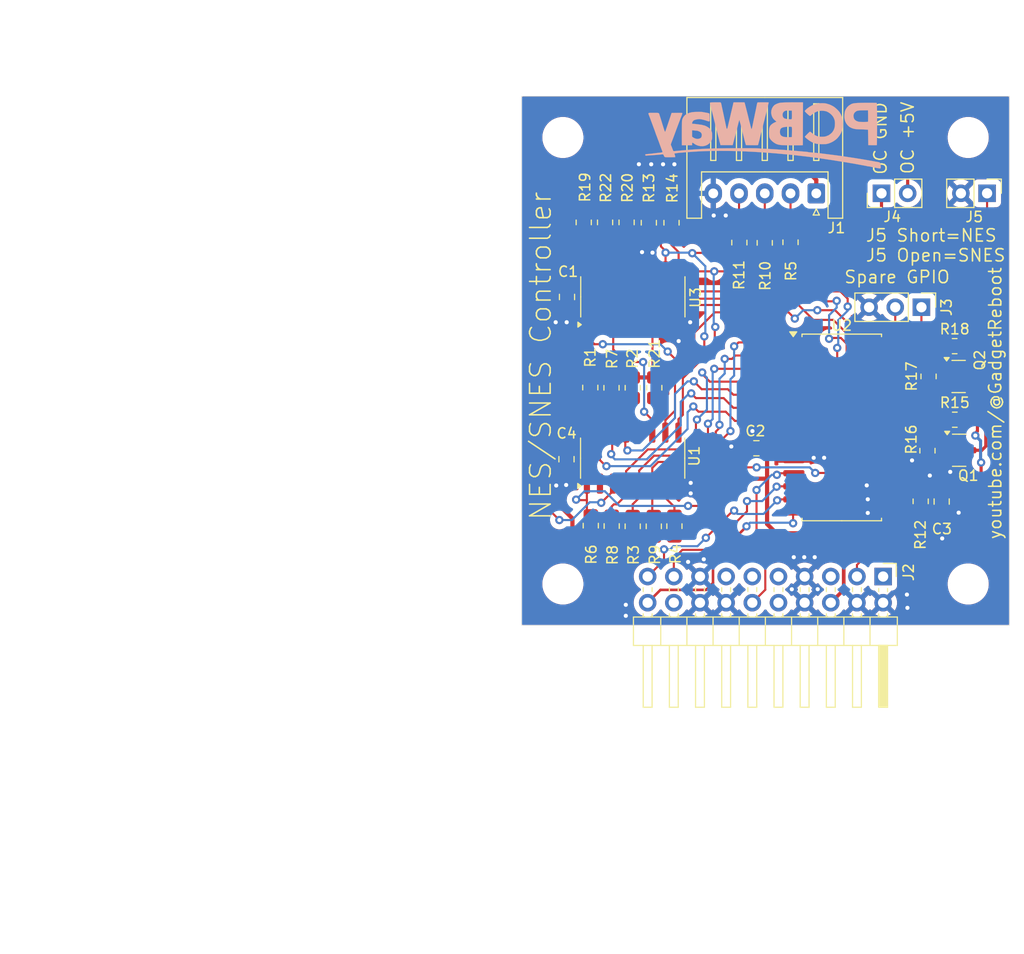
<source format=kicad_pcb>
(kicad_pcb (version 20241229) (generator "pcbnew") (generator_version "9.0")
  (layers (0 "F.Cu" signal) (2 "B.Cu" signal) (13 "F.Paste" user) (15 "B.Paste" user) (5 "F.SilkS" user "F.Silkscreen") (7 "B.SilkS" user "B.Silkscreen") (1 "F.Mask" user) (3 "B.Mask" user) (25 "Edge.Cuts" user))
  (net 0 "")
  (net 1 "GNDREF")
  (net 2 "Net-(U2-~{RESET})")
  (net 3 "/D17_5V")
  (net 4 "/SCL_5V")
  (net 5 "/D13_5V")
  (net 6 "/MISO_5V")
  (net 7 "/D26_5V")
  (net 8 "/SDA_5V")
  (net 9 "/D16_5V")
  (net 10 "+5V")
  (net 11 "/D27_5V")
  (net 12 "/SCK_5V")
  (net 13 "/MOSI_5V")
  (net 14 "Net-(J3-Pin_2)")
  (net 15 "Net-(J3-Pin_1)")
  (net 18 "/5V_Main")
  (net 19 "/Data")
  (net 20 "/Clock")
  (net 21 "/Latch")
  (net 22 "Net-(J4-Pin_2)")
  (net 23 "Net-(J4-Pin_1)")
  (net 24 "Net-(Q1-B)")
  (net 25 "Net-(Q2-B)")
  (net 26 "/B_Y")
  (net 27 "/START")
  (net 28 "/DOWN")
  (net 29 "/RIGHT")
  (net 30 "Net-(U1-Q7)")
  (net 31 "/A_B")
  (net 32 "/SELECT")
  (net 33 "/UP")
  (net 34 "/LEFT")
  (net 35 "/LAT")
  (net 36 "/CLK")
  (net 37 "Net-(U2-GPA4)")
  (net 38 "Net-(U2-GPA5)")
  (net 40 "Net-(U1-DS)")
  (net 42 "/A")
  (net 43 "/R_Trig")
  (net 44 "/L_Trig")
  (net 45 "/X")
  (net 48 "/ID1")
  (footprint "MountingHole:MountingHole_3.5mm" (layer "F.Cu") (at 123 122.5)
    (property "Reference" "H3" (hide yes))
    (property "Value" "MountingHole")
  )
  (footprint "MountingHole:MountingHole_3.5mm" (layer "F.Cu") (at 57.2 122.6)
    (property "Reference" "H4" (hide yes))
    (property "Value" "MountingHole")
  )
  (footprint "Resistor_SMD:R_0805_2012Metric_Pad1.20x1.40mm_HandSolder" (layer "F.Cu") (at 96.3098 72.9266 -90)
    (property "Reference" "R1")
    (property "Value" "47K")
  )
  (footprint "Capacitor_SMD:C_0805_2012Metric_Pad1.18x1.45mm_HandSolder" (layer "F.Cu") (at 94.050001 64.1326 -90)
    (property "Reference" "C1")
    (property "Value" "1uF")
  )
  (footprint "Capacitor_SMD:C_0805_2012Metric_Pad1.18x1.45mm_HandSolder" (layer "F.Cu") (at 112.4372 78.8186 180)
    (property "Reference" "C2")
    (property "Value" "10uF")
  )
  (footprint "Connector_PinHeader_2.54mm:PinHeader_1x03_P2.54mm_Vertical" (layer "F.Cu") (at 128.458244 65.128 -90)
    (property "Reference" "J3")
    (property "Value" "Conn_01x03")
  )
  (footprint "Resistor_SMD:R_0805_2012Metric_Pad1.20x1.40mm_HandSolder" (layer "F.Cu") (at 100.433 72.9478 -90)
    (property "Reference" "R2")
    (property "Value" "47K")
  )
  (footprint "Resistor_SMD:R_0805_2012Metric_Pad1.20x1.40mm_HandSolder" (layer "F.Cu") (at 100.428601 86.3964 90)
    (property "Reference" "R3")
    (property "Value" "47K")
  )
  (footprint "Resistor_SMD:R_0805_2012Metric_Pad1.20x1.40mm_HandSolder" (layer "F.Cu") (at 104.477799 86.383401 90)
    (property "Reference" "R4")
    (property "Value" "47K")
  )
  (footprint "Resistor_SMD:R_0805_2012Metric_Pad1.20x1.40mm_HandSolder" (layer "F.Cu") (at 115.749 58.8224 90)
    (property "Reference" "R5")
    (property "Value" "100r")
  )
  (footprint "Resistor_SMD:R_0805_2012Metric_Pad1.20x1.40mm_HandSolder" (layer "F.Cu") (at 96.3576 86.333199 90)
    (property "Reference" "R6")
    (property "Value" "47K")
  )
  (footprint "Resistor_SMD:R_0805_2012Metric_Pad1.20x1.40mm_HandSolder" (layer "F.Cu") (at 98.370001 72.9508 -90)
    (property "Reference" "R7")
    (property "Value" "47K")
  )
  (footprint "Resistor_SMD:R_0805_2012Metric_Pad1.20x1.40mm_HandSolder" (layer "F.Cu") (at 98.388798 86.3714 90)
    (property "Reference" "R8")
    (property "Value" "47K")
  )
  (footprint "Resistor_SMD:R_0805_2012Metric_Pad1.20x1.40mm_HandSolder" (layer "F.Cu") (at 102.4752 86.397201 90)
    (property "Reference" "R9")
    (property "Value" "47K")
  )
  (footprint "Resistor_SMD:R_0805_2012Metric_Pad1.20x1.40mm_HandSolder" (layer "F.Cu") (at 113.2468 58.8782 90)
    (property "Reference" "R10")
    (property "Value" "100r")
  )
  (footprint "Package_SO:SOIC-16_3.9x9.9mm_P1.27mm" (layer "F.Cu") (at 100.424 79.7806 90)
    (property "Reference" "U1")
    (property "Value" "CD4021")
  )
  (footprint "Package_SO:SOIC-28W_7.5x17.9mm_P1.27mm" (layer "F.Cu") (at 120.725 76.800001)
    (property "Reference" "U2")
    (property "Value" "MCP23S17_SO")
  )
  (footprint "Connector_PinHeader_2.54mm:PinHeader_2x10_P2.54mm_Horizontal" (layer "F.Cu") (at 124.74 91.275 -90)
    (property "Reference" "J2")
    (property "Value" "Conn_02x10_Odd_Even")
  )
  (footprint "Connector_JST:JST_XH_S5B-XH-A_1x05_P2.50mm_Horizontal" (layer "F.Cu") (at 118.251 54.0772 180)
    (property "Reference" "J1")
    (property "Value" "Conn_01x05")
  )
  (footprint "MountingHole:MountingHole_3.5mm" (layer "F.Cu") (at 44.35 40.45 -90)
    (property "Reference" "H1" (hide yes))
    (property "Value" "MountingHole")
  )
  (footprint "MountingHole:MountingHole_3.5mm" (layer "F.Cu") (at 123 56)
    (property "Reference" "H2" (hide yes))
    (property "Value" "MountingHole")
  )
  (footprint "Resistor_SMD:R_0805_2012Metric_Pad1.20x1.40mm_HandSolder" (layer "F.Cu") (at 110.783 58.8524 90)
    (property "Reference" "R11")
    (property "Value" "100r")
  )
  (footprint "Resistor_SMD:R_0805_2012Metric_Pad1.20x1.40mm_HandSolder" (layer "F.Cu") (at 129.0446 79.0574 -90)
    (property "Reference" "R16")
    (property "Value" "47K")
  )
  (footprint "Capacitor_SMD:C_0805_2012Metric_Pad1.18x1.45mm_HandSolder" (layer "F.Cu") (at 93.999799 79.883 -90)
    (property "Reference" "C4")
    (property "Value" "1uF")
  )
  (footprint "Resistor_SMD:R_0805_2012Metric_Pad1.20x1.40mm_HandSolder" (layer "F.Cu") (at 95.6734 56.8914 -90)
    (property "Reference" "R19")
    (property "Value" "47K")
  )
  (footprint "Package_TO_SOT_SMD:SOT-23" (layer "F.Cu") (at 132.1218 79.0144)
    (property "Reference" "Q1")
    (property "Value" "MMBT3904")
  )
  (footprint "Resistor_SMD:R_0805_2012Metric_Pad1.20x1.40mm_HandSolder" (layer "F.Cu") (at 102.5242 72.9442 -90)
    (property "Reference" "R21")
    (property "Value" "47K")
  )
  (footprint "Resistor_SMD:R_0805_2012Metric_Pad1.20x1.40mm_HandSolder" (layer "F.Cu") (at 99.8354 56.8914 -90)
    (property "Reference" "R20")
    (property "Value" "47K")
  )
  (footprint "Resistor_SMD:R_0805_2012Metric_Pad1.20x1.40mm_HandSolder" (layer "F.Cu") (at 128.386 83.9726 90)
    (property "Reference" "R12")
    (property "Value" "47K")
  )
  (footprint "Connector_PinHeader_2.54mm:PinHeader_1x02_P2.54mm_Vertical" (layer "F.Cu") (at 124.583 54.069 90)
    (property "Reference" "J4")
    (property "Value" "Conn_01x02")
  )
  (footprint "Resistor_SMD:R_0805_2012Metric_Pad1.20x1.40mm_HandSolder" (layer "F.Cu") (at 104.195601 56.9256 -90)
    (property "Reference" "R14")
    (property "Value" "47K")
  )
  (footprint "Capacitor_SMD:C_0805_2012Metric_Pad1.18x1.45mm_HandSolder" (layer "F.Cu") (at 130.425 83.995 90)
    (property "Reference" "C3")
    (property "Value" "10nF")
  )
  (footprint "Resistor_SMD:R_0805_2012Metric_Pad1.20x1.40mm_HandSolder" (layer "F.Cu") (at 131.698599 76.049)
    (property "Reference" "R15")
    (property "Value" "1K")
  )
  (footprint "Connector_PinHeader_2.54mm:PinHeader_1x02_P2.54mm_Vertical" (layer "F.Cu") (at 134.833 54.0682 -90)
    (property "Reference" "J5")
    (property "Value" "Conn_01x02")
  )
  (footprint "Package_SO:SOIC-16_3.9x9.9mm_P1.27mm" (layer "F.Cu") (at 100.4418 64.1198 90)
    (property "Reference" "U3")
    (property "Value" "CD4021")
  )
  (footprint "Resistor_SMD:R_0805_2012Metric_Pad1.20x1.40mm_HandSolder" (layer "F.Cu") (at 129.1514 71.8454 90)
    (property "Reference" "R17")
    (property "Value" "47K")
  )
  (footprint "Package_TO_SOT_SMD:SOT-23" (layer "F.Cu") (at 132.071 71.8538)
    (property "Reference" "Q2")
    (property "Value" "MMBT3906")
  )
  (footprint "Resistor_SMD:R_0805_2012Metric_Pad1.20x1.40mm_HandSolder" (layer "F.Cu") (at 97.7454 56.8914 -90)
    (property "Reference" "R22")
    (property "Value" "47K")
  )
  (footprint "Resistor_SMD:R_0805_2012Metric_Pad1.20x1.40mm_HandSolder" (layer "F.Cu") (at 131.6862 68.9062)
    (property "Reference" "R18")
    (property "Value" "1K")
  )
  (footprint "Resistor_SMD:R_0805_2012Metric_Pad1.20x1.40mm_HandSolder" (layer "F.Cu") (at 101.993999 56.9244 -90)
    (property "Reference" "R13")
    (property "Value" "47K")
  )
  (footprint "_Custom_Footprints:pcb way logo" (layer "B.Cu") (at 113.075 49.125 180)
    (property "Reference" "G***" (hide yes))
    (property "Value" "LOGO" (hide yes))
  )
  (gr_line (start 89.65 96) (end 89.65 44.65) (stroke (width 0.05)) (layer "Edge.Cuts"))
  (gr_line (start 137 96) (end 89.65 96) (stroke (width 0.05)) (layer "Edge.Cuts"))
  (gr_line (start 89.65 44.65) (end 137 44.65) (stroke (width 0.05)) (layer "Edge.Cuts"))
  (gr_line (start 137 44.65) (end 137 96) (stroke (width 0.05)) (layer "Edge.Cuts"))
  (gr_text "NES/SNES Controller" (at 91.495 69.8582 90) (layer "F.SilkS") (effects (font (size 2 2))))
  (gr_text "Spare GPIO" (at 126.096 62.1952 0) (layer "F.SilkS") (effects (font (size 1.2 1.2))))
  (gr_text "youtube.com/@GadgetReboot" (at 135.6234 74.453 90) (layer "F.SilkS") (effects (font (size 1.2 1.2))))
  (gr_text "J5 Short=NES\nJ5 Open=SNES" (at 122.9718 59.1218 0) (layer "F.SilkS") (effects (font (size 1.2 1.2)) (justify left)))
  (gr_text "OC +5V" (at 127.1176 48.6828 90) (layer "F.SilkS") (effects (font (size 1.2 1.2))))
  (gr_text "OC GND" (at 124.476 48.7336 90) (layer "F.SilkS") (effects (font (size 1.2 1.2))))
  (via (at 115.874 92.51) (size 0.8) (drill 0.4) (layers "F.Cu" "B.Cu") (net 1))
  (via (at 127.05 93.027) (size 0.8) (drill 0.4) (layers "F.Cu" "B.Cu") (net 1))
  (via (at 101.0292 51.2452) (size 0.8) (drill 0.4) (layers "F.Cu" "B.Cu") (net 1))
  (via (at 123.25 85.1) (size 0.8) (drill 0.4) (layers "F.Cu" "B.Cu") (net 1))
  (via (at 118 79.75) (size 0.8) (drill 0.4) (layers "F.Cu" "B.Cu") (net 1))
  (via (at 116.066 89.396) (size 0.8) (drill 0.4) (layers "F.Cu" "B.Cu") (net 1))
  (via (at 102.225 51.25) (size 0.8) (drill 0.4) (layers "F.Cu" "B.Cu") (net 1))
  (via (at 127.1 94.315) (size 0.8) (drill 0.4) (layers "F.Cu" "B.Cu") (net 1))
  (via (at 99.7592 95.0856) (size 0.8) (drill 0.4) (layers "F.Cu" "B.Cu") (net 1))
  (via (at 132.075 85.075) (size 0.8) (drill 0.4) (layers "F.Cu" "B.Cu") (net 1))
  (via (at 93.0028 82.4364) (size 0.8) (drill 0.4) (layers "F.Cu" "B.Cu") (net 1))
  (via (at 102.35 59.8304) (size 0.8) (drill 0.4) (layers "F.Cu" "B.Cu") (net 1))
  (via (at 107.3284 89.5992) (size 0.8) (drill 0.4) (layers "F.Cu" "B.Cu") (net 1))
  (via (at 106.0076 66.5868) (size 0.8) (drill 0.4) (layers "F.Cu" "B.Cu") (net 1))
  (via (at 119.0124 79.744) (size 0.8) (drill 0.4) (layers "F.Cu" "B.Cu") (net 1))
  (via (at 127.5468 79.998) (size 0.8) (drill 0.4) (layers "F.Cu" "B.Cu") (net 1))
  (via (at 106.0584 83.1984) (size 0.8) (drill 0.4) (layers "F.Cu" "B.Cu") (net 1))
  (via (at 130.475 87.575) (size 0.8) (drill 0.4) (layers "F.Cu" "B.Cu") (net 1))
  (via (at 109.462 56.2236) (size 0.8) (drill 0.4) (layers "F.Cu" "B.Cu") (net 1))
  (via (at 118.3886 92.5014) (size 0.8) (drill 0.4) (layers "F.Cu" "B.Cu") (net 1))
  (via (at 104.475 51.25) (size 0.8) (drill 0.4) (layers "F.Cu" "B.Cu") (net 1))
  (via (at 117.082 89.396) (size 0.8) (drill 0.4) (layers "F.Cu" "B.Cu") (net 1))
  (via (at 103.375 51.25) (size 0.8) (drill 0.4) (layers "F.Cu" "B.Cu") (net 1))
  (via (at 129.274 81.4712) (size 0.8) (drill 0.4) (layers "F.Cu" "B.Cu") (net 1))
  (via (at 131.2552 81.1156) (size 0.8) (drill 0.4) (layers "F.Cu" "B.Cu") (net 1))
  (via (at 92.952 66.5868) (size 0.8) (drill 0.4) (layers "F.Cu" "B.Cu") (net 1))
  (via (at 93.968 82.3856) (size 0.8) (drill 0.4) (layers "F.Cu" "B.Cu") (net 1))
  (via (at 108.2936 56.2236) (size 0.8) (drill 0.4) (layers "F.Cu" "B.Cu") (net 1))
  (via (at 118.098 89.396) (size 0.8) (drill 0.4) (layers "F.Cu" "B.Cu") (net 1))
  (via (at 104.89 68.4156) (size 0.8) (drill 0.4) (layers "F.Cu" "B.Cu") (net 1))
  (via (at 112.0528 77.1532) (size 0.8) (drill 0.4) (layers "F.Cu" "B.Cu") (net 1))
  (via (at 99.7592 94.0188) (size 0.8) (drill 0.4) (layers "F.Cu" "B.Cu") (net 1))
  (via (at 123.15 82.425) (size 0.8) (drill 0.4) (layers "F.Cu" "B.Cu") (net 1))
  (via (at 94.0188 66.5868) (size 0.8) (drill 0.4) (layers "F.Cu" "B.Cu") (net 1))
  (via (at 101.334 59.7796) (size 0.8) (drill 0.4) (layers "F.Cu" "B.Cu") (net 1))
  (via (at 105.8044 89.8532) (size 0.8) (drill 0.4) (layers "F.Cu" "B.Cu") (net 1))
  (via (at 123.25 83.775) (size 0.8) (drill 0.4) (layers "F.Cu" "B.Cu") (net 1))
  (via (at 110 78.65) (size 0.8) (drill 0.4) (layers "F.Cu" "B.Cu") (net 1))
  (via (at 106.0584 82.1824) (size 0.8) (drill 0.4) (layers "F.Cu" "B.Cu") (net 1))
  (segment (start 127.745001 81.245001) (end 128.375 81.875) (width 0.2032) (layer "F.Cu") (net 2))
  (segment (start 128.360001 82.92) (end 130.3875 82.92) (width 0.2032) (layer "F.Cu") (net 2))
  (segment (start 128.360001 81.889999) (end 128.360001 82.92) (width 0.2032) (layer "F.Cu") (net 2))
  (segment (start 128.375 81.875) (end 128.360001 81.889999) (width 0.2032) (layer "F.Cu") (net 2))
  (segment (start 130.3875 82.92) (end 130.425 82.9575) (width 0.2032) (layer "F.Cu") (net 2))
  (segment (start 125.375 81.245001) (end 127.745001 81.245001) (width 0.2032) (layer "F.Cu") (net 2))
  (segment (start 113.3 92.555) (end 112.04 93.815) (width 0.2032) (layer "F.Cu") (net 5))
  (segment (start 112.45 82.875) (end 112.45 86.675) (width 0.2032) (layer "F.Cu") (net 5))
  (segment (start 113.3 87.525) (end 113.3 92.555) (width 0.2032) (layer "F.Cu") (net 5))
  (segment (start 116.075 81.245001) (end 114.579999 81.245001) (width 0.2032) (layer "F.Cu") (net 5))
  (segment (start 112.45 86.675) (end 113.3 87.525) (width 0.2032) (layer "F.Cu") (net 5))
  (segment (start 114.579999 81.245001) (end 114.425 81.4) (width 0.2032) (layer "F.Cu") (net 5))
  (via (at 114.425 81.4) (size 0.8) (drill 0.4) (layers "F.Cu" "B.Cu") (net 5))
  (via (at 112.45 82.875) (size 0.8) (drill 0.4) (layers "F.Cu" "B.Cu") (net 5))
  (segment (start 113.925 81.4) (end 112.45 82.875) (width 0.2032) (layer "B.Cu") (net 5))
  (segment (start 114.425 81.4) (end 113.925 81.4) (width 0.2032) (layer "B.Cu") (net 5))
  (segment (start 108.225 91.903) (end 108.225 89.6678) (width 0.25) (layer "F.Cu") (net 6))
  (segment (start 116 86.1) (end 116 85.130001) (width 0.2032) (layer "F.Cu") (net 6))
  (segment (start 101.88 93.815) (end 103.124 92.571) (width 0.25) (layer "F.Cu") (net 6))
  (segment (start 103.124 92.571) (end 107.557 92.571) (width 0.25) (layer "F.Cu") (net 6))
  (segment (start 116 85.130001) (end 116.075 85.055001) (width 0.2032) (layer "F.Cu") (net 6))
  (segment (start 108.225 89.6678) (end 111.475 86.4178) (width 0.25) (layer "F.Cu") (net 6))
  (segment (start 107.557 92.571) (end 108.225 91.903) (width 0.25) (layer "F.Cu") (net 6))
  (segment (start 111.475 86.4178) (end 111.475 86.4) (width 0.25) (layer "F.Cu") (net 6))
  (via (at 111.475 86.4) (size 0.8) (drill 0.4) (layers "F.Cu" "B.Cu") (net 6))
  (via (at 116 86.1) (size 0.8) (drill 0.4) (layers "F.Cu" "B.Cu") (net 6))
  (segment (start 111.825 86.05) (end 115.95 86.05) (width 0.2032) (layer "B.Cu") (net 6))
  (segment (start 111.475 86.4) (end 111.825 86.05) (width 0.2032) (layer "B.Cu") (net 6))
  (segment (start 115.95 86.05) (end 116 86.1) (width 0.2032) (layer "B.Cu") (net 6))
  (segment (start 133.1542 72.8038) (end 131.1335 72.8038) (width 0.3048) (layer "F.Cu") (net 10))
  (segment (start 93.999799 78.8455) (end 91.9709 78.8455) (width 0.4064) (layer "F.Cu") (net 10))
  (segment (start 104.195601 55.9256) (end 101.995199 55.9256) (width 0.4064) (layer "F.Cu") (net 10))
  (segment (start 91.9126 71.9442) (end 91.8852 71.9716) (width 0.4064) (layer "F.Cu") (net 10))
  (segment (start 131.1335 72.8038) (end 129.193 72.8038) (width 0.3048) (layer "F.Cu") (net 10))
  (segment (start 95.9968 61.6448) (end 94.4396 61.6448) (width 0.4064) (layer "F.Cu") (net 10))
  (segment (start 113.6175 78.705001) (end 113.5125 78.810001) (width 0.4064) (layer "F.Cu") (net 10))
  (segment (start 95.979 77.3056) (end 94.3236 77.3056) (width 0.4064) (layer "F.Cu") (net 10))
  (segment (start 126.5308 87.8212) (end 126.5308 87.075) (width 0.3048) (layer "F.Cu") (net 10))
  (segment (start 106.1092 53.6328) (end 106.1092 55.2584) (width 0.4064) (layer "F.Cu") (net 10))
  (segment (start 91.8852 63.1324) (end 91.8852 71.9716) (width 0.4064) (layer "F.Cu") (net 10))
  (segment (start 91.9225 63.0951) (end 91.8852 63.1324) (width 0.4064) (layer "F.Cu") (net 10))
  (segment (start 120.914201 87.097201) (end 120.892 87.075) (width 0.4064) (layer "F.Cu") (net 10))
  (segment (start 95.6734 55.8914) (end 94.5542 55.8914) (width 0.4064) (layer "F.Cu") (net 10))
  (segment (start 93.999799 77.629401) (end 93.999799 78.8455) (width 0.4064) (layer "F.Cu") (net 10))
  (segment (start 105.683399 87.383401) (end 111.2908 81.776) (width 0.4064) (layer "F.Cu") (net 10))
  (segment (start 119.66 93.815) (end 120.914201 92.560799) (width 0.3556) (layer "F.Cu") (net 10))
  (segment (start 94.3236 77.3056) (end 93.999799 77.629401) (width 0.4064) (layer "F.Cu") (net 10))
  (segment (start 114.375 87.075) (end 120.892 87.075) (width 0.4064) (layer "F.Cu") (net 10))
  (segment (start 94.050001 62.034399) (end 94.050001 63.0951) (width 0.4064) (layer "F.Cu") (net 10))
  (segment (start 91.8852 78.9312) (end 91.8852 82.9444) (width 0.4064) (layer "F.Cu") (net 10))
  (segment (start 91.9709 78.8455) (end 91.8852 78.9312) (width 0.4064) (layer "F.Cu") (net 10))
  (segment (start 94.050001 63.0951) (end 91.9225 63.0951) (width 0.4064) (layer "F.Cu") (net 10))
  (segment (start 105.4488 55.9188) (end 105.4556 55.9256) (width 0.4064) (layer "F.Cu") (net 10))
  (segment (start 102.5242 71.9442) (end 91.9126 71.9442) (width 0.4064) (layer "F.Cu") (net 10))
  (segment (start 95.054201 87.383401) (end 104.477799 87.383401) (width 0.4064) (layer "F.Cu") (net 10))
  (segment (start 113.5125 78.810001) (end 113.5125 79.0836) (width 0.4064) (layer "F.Cu") (net 10))
  (segment (start 101.995199 55.9256) (end 101.993999 55.9244) (width 0.4064) (layer "F.Cu") (net 10))
  (segment (start 134.2524 80.2012) (end 134.2524 85.7384) (width 0.3048) (layer "F.Cu") (net 10))
  (segment (start 131.1536 88.8372) (end 127.5468 88.8372) (width 0.3048) (layer "F.Cu") (net 10))
  (segment (start 113.4747 78.8186) (end 113.4747 81.4712) (width 0.4064) (layer "F.Cu") (net 10))
  (segment (start 101.993999 55.9244) (end 95.7064 55.9244) (width 0.4064) (layer "F.Cu") (net 10))
  (segment (start 113.4747 81.4712) (end 113.4747 86.1747) (width 0.4064) (layer "F.Cu") (net 10))
  (segment (start 133.8968 73.5464) (end 133.1542 72.8038) (width 0.3048) (layer "F.Cu") (net 10))
  (segment (start 102.3468 66.5948) (end 102.3468 71.7668) (width 0.2032) (layer "F.Cu") (net 10))
  (segment (start 111.2908 81.776) (end 113.4239 81.776) (width 0.4064) (layer "F.Cu") (net 10))
  (segment (start 94.5776 85.6368) (end 94.5776 86.9068) (width 0.4064) (layer "F.Cu") (net 10))
  (segment (start 113.4747 78.8186) (end 113.4747 79.0458) (width 0.2032) (layer "F.Cu") (net 10))
  (segment (start 106.1092 55.2584) (end 105.4488 55.9188) (width 0.4064) (layer "F.Cu") (net 10))
  (segment (start 91.8852 71.9716) (end 91.8852 78.9312) (width 0.4064) (layer "F.Cu") (net 10))
  (segment (start 118.251 52.7698) (end 117.59 52.1088) (width 0.4064) (layer "F.Cu") (net 10))
  (segment (start 113.4747 86.1747) (end 114.375 87.075) (width 0.4064) (layer "F.Cu") (net 10))
  (segment (start 133.6936 77.3564) (end 133.8968 77.1532) (width 0.3048) (layer "F.Cu") (net 10))
  (segment (start 126.5308 87.075) (end 127.531 87.075) (width 0.4064) (layer "F.Cu") (net 10))
  (segment (start 113.4239 81.776) (end 113.4747 81.8268) (width 0.4064) (layer "F.Cu") (net 10))
  (segment (start 91.8852 82.9444) (end 94.5776 85.6368) (width 0.4064) (layer "F.Cu") (net 10))
  (segment (start 116.075 78.705001) (end 113.6175 78.705001) (width 0.4064) (layer "F.Cu") (net 10))
  (segment (start 94.4396 61.6448) (end 94.050001 62.034399) (width 0.4064) (layer "F.Cu") (net 10))
  (segment (start 127.5468 88.8372) (end 126.5308 87.8212) (width 0.3048) (layer "F.Cu") (net 10))
  (segment (start 94.5776 86.9068) (end 95.054201 87.383401) (width 0.4064) (layer "F.Cu") (net 10))
  (segment (start 133.8968 77.1532) (end 133.8968 73.5464) (width 0.3048) (layer "F.Cu") (net 10))
  (segment (start 102.3468 71.7668) (end 102.5242 71.9442) (width 0.2032) (layer "F.Cu") (net 10))
  (segment (start 94.5542 55.8914) (end 91.8852 58.5604) (width 0.4064) (layer "F.Cu") (net 10))
  (segment (start 104.477799 87.383401) (end 105.683399 87.383401) (width 0.4064) (layer "F.Cu") (net 10))
  (segment (start 133.6936 77.585) (end 133.6936 77.3564) (width 0.3048) (layer "F.Cu") (net 10))
  (segment (start 127.531 87.075) (end 128.360001 86.245999) (width 0.4064) (layer "F.Cu") (net 10))
  (segment (start 105.4556 55.9256) (end 104.195601 55.9256) (width 0.4064) (layer "F.Cu") (net 10))
  (segment (start 118.251 54.0772) (end 118.251 52.7698) (width 0.4064) (layer "F.Cu") (net 10))
  (segment (start 129.193 72.8038) (end 129.1514 72.8454) (width 0.3048) (layer "F.Cu") (net 10))
  (segment (start 107.6332 52.1088) (end 106.1092 53.6328) (width 0.4064) (layer "F.Cu") (net 10))
  (segment (start 91.8852 58.5604) (end 91.8852 63.1324) (width 0.4064) (layer "F.Cu") (net 10))
  (segment (start 119.66 93.46) (end 120.25 94.05) (width 0.4064) (layer "F.Cu") (net 10))
  (segment (start 95.7064 55.9244) (end 95.6734 55.8914) (width 0.4064) (layer "F.Cu") (net 10))
  (segment (start 117.59 52.1088) (end 107.6332 52.1088) (width 0.4064) (layer "F.Cu") (net 10))
  (segment (start 134.2524 85.7384) (end 131.1536 88.8372) (width 0.3048) (layer "F.Cu") (net 10))
  (segment (start 113.4747 79.0458) (end 113.5125 79.0836) (width 0.2032) (layer "F.Cu") (net 10))
  (segment (start 120.892 87.075) (end 126.5308 87.075) (width 0.4064) (layer "F.Cu") (net 10))
  (segment (start 128.360001 86.245999) (end 128.360001 84.92) (width 0.4064) (layer "F.Cu") (net 10))
  (segment (start 120.914201 92.560799) (end 120.914201 87.097201) (width 0.3556) (layer "F.Cu") (net 10))
  (segment (start 113.4747 81.8268) (end 113.4747 81.4712) (width 0.4064) (layer "F.Cu") (net 10))
  (segment (start 99.8068 66.5948) (end 103.6168 66.5948) (width 0.2032) (layer "F.Cu") (net 10))
  (via (at 134.2524 80.2012) (size 0.8) (drill 0.4) (layers "F.Cu" "B.Cu") (net 10))
  (via (at 133.6936 77.585) (size 0.8) (drill 0.4) (layers "F.Cu" "B.Cu") (net 10))
  (segment (start 134.2016 78.093) (end 134.2016 80.1504) (width 0.3048) (layer "B.Cu") (net 10))
  (segment (start 133.6936 77.585) (end 134.2016 78.093) (width 0.3048) (layer "B.Cu") (net 10))
  (segment (start 134.2016 80.1504) (end 134.2524 80.2012) (width 0.3048) (layer "B.Cu") (net 10))
  (segment (start 107.7856 88.6848) (end 105.2456 88.6848) (width 0.2032) (layer "F.Cu") (net 12))
  (segment (start 114.434999 82.515001) (end 114.4 82.55) (width 0.2032) (layer "F.Cu") (net 12))
  (segment (start 111.525 83.95) (end 111.525 84.9454) (width 0.2032) (layer "F.Cu") (net 12))
  (segment (start 105.2456 88.6848) (end 104.42 89.5104) (width 0.2032) (layer "F.Cu") (net 12))
  (segment (start 111.525 84.9454) (end 107.7856 88.6848) (width 0.2032) (layer "F.Cu") (net 12))
  (segment (start 116.075 82.515001) (end 114.434999 82.515001) (width 0.2032) (layer "F.Cu") (net 12))
  (segment (start 104.42 89.5104) (end 104.42 91.275) (width 0.2032) (layer "F.Cu") (net 12))
  (via (at 111.525 83.95) (size 0.8) (drill 0.4) (layers "F.Cu" "B.Cu") (net 12))
  (via (at 114.4 82.55) (size 0.8) (drill 0.4) (layers "F.Cu" "B.Cu") (net 12))
  (segment (start 113 83.95) (end 111.525 83.95) (width 0.2032) (layer "B.Cu") (net 12))
  (segment (start 114.4 82.55) (end 113 83.95) (width 0.2032) (layer "B.Cu") (net 12))
  (segment (start 103.4676 88.634) (end 103.4676 89.6874) (width 0.2032) (layer "F.Cu") (net 13))
  (segment (start 114.54 83.785) (end 114.45 83.875) (width 0.2032) (layer "F.Cu") (net 13))
  (segment (start 110.1732 84.8748) (end 107.5316 87.5164) (width 0.2032) (layer "F.Cu") (net 13))
  (segment (start 103.4676 89.6874) (end 101.88 91.275) (width 0.2032) (layer "F.Cu") (net 13))
  (segment (start 116.075 83.785) (end 114.54 83.785) (width 0.2032) (layer "F.Cu") (net 13))
  (segment (start 110.2748 84.8748) (end 110.1732 84.8748) (width 0.2032) (layer "F.Cu") (net 13))
  (via (at 103.4676 88.634) (size 0.8) (drill 0.4) (layers "F.Cu" "B.Cu") (net 13))
  (via (at 107.5316 87.5164) (size 0.8) (drill 0.4) (layers "F.Cu" "B.Cu") (net 13))
  (via (at 110.2748 84.8748) (size 0.8) (drill 0.4) (layers "F.Cu" "B.Cu") (net 13))
  (via (at 114.45 83.875) (size 0.8) (drill 0.4) (layers "F.Cu" "B.Cu") (net 13))
  (segment (start 107.5316 87.5164) (end 106.7188 88.3292) (width 0.2032) (layer "B.Cu") (net 13))
  (segment (start 114.45 83.875) (end 113.125 85.2) (width 0.2032) (layer "B.Cu") (net 13))
  (segment (start 113.125 85.2) (end 110.6 85.2) (width 0.2032) (layer "B.Cu") (net 13))
  (segment (start 104.0772 88.634) (end 103.4676 88.634) (width 0.2032) (layer "B.Cu") (net 13))
  (segment (start 110.6 85.2) (end 110.2748 84.8748) (width 0.2032) (layer "B.Cu") (net 13))
  (segment (start 104.382 88.3292) (end 104.0772 88.634) (width 0.2032) (layer "B.Cu") (net 13))
  (segment (start 106.7188 88.3292) (end 104.382 88.3292) (width 0.2032) (layer "B.Cu") (net 13))
  (segment (start 125.375 67.387) (end 125.918244 66.843756) (width 0.2032) (layer "F.Cu") (net 14))
  (segment (start 125.918244 66.843756) (end 125.918244 65.128) (width 0.2032) (layer "F.Cu") (net 14))
  (segment (start 125.375 68.545001) (end 125.375 67.387) (width 0.2032) (layer "F.Cu") (net 14))
  (segment (start 126.807798 69.815002) (end 128.4612 68.1616) (width 0.2032) (layer "F.Cu") (net 15))
  (segment (start 128.4612 68.1616) (end 128.458244 68.158644) (width 0.2032) (layer "F.Cu") (net 15))
  (segment (start 125.375 69.815002) (end 126.807798 69.815002) (width 0.2032) (layer "F.Cu") (net 15))
  (segment (start 128.458244 68.158644) (end 128.458244 65.128) (width 0.2032) (layer "F.Cu") (net 15))
  (segment (start 115.751 54.0772) (end 115.751 57.8204) (width 0.2032) (layer "F.Cu") (net 19))
  (segment (start 115.751 57.8204) (end 115.749 57.8224) (width 0.2032) (layer "F.Cu") (net 19))
  (segment (start 110.751 54.0772) (end 110.751 57.8204) (width 0.2032) (layer "F.Cu") (net 20))
  (segment (start 110.751 57.8204) (end 110.783 57.8524) (width 0.2032) (layer "F.Cu") (net 20))
  (segment (start 113.251 54.0772) (end 113.251 57.874) (width 0.2032) (layer "F.Cu") (net 21))
  (segment (start 113.251 57.874) (end 113.2468 57.8782) (width 0.2032) (layer "F.Cu") (net 21))
  (segment (start 122.8224 52.4644) (end 123.5336 51.7532) (width 0.3048) (layer "F.Cu") (net 22))
  (segment (start 133.3888 62.98) (end 127.0388 62.98) (width 0.3048) (layer "F.Cu") (net 22))
  (segment (start 127.123 52.3962) (end 127.123 54.069) (width 0.3048) (layer "F.Cu") (net 22))
  (segment (start 127.0388 62.98) (end 122.8224 58.7636) (width 0.3048) (layer "F.Cu") (net 22))
  (segment (start 123.5336 51.7532) (end 126.48 51.7532) (width 0.3048) (layer "F.Cu") (net 22))
  (segment (start 133.8206 63.4118) (end 133.3888 62.98) (width 0.3048) (layer "F.Cu") (net 22))
  (segment (start 122.8224 58.7636) (end 122.8224 52.4644) (width 0.3048) (layer "F.Cu") (net 22))
  (segment (start 133.8206 71.489) (end 133.8206 63.4118) (width 0.3048) (layer "F.Cu") (net 22))
  (segment (start 133.0085 71.8538) (end 133.4558 71.8538) (width 0.3048) (layer "F.Cu") (net 22))
  (segment (start 133.4558 71.8538) (end 133.8206 71.489) (width 0.3048) (layer "F.Cu") (net 22))
  (segment (start 126.48 51.7532) (end 127.123 52.3962) (width 0.3048) (layer "F.Cu") (net 22))
  (segment (start 134.7858 73.6226) (end 134.7074 73.701) (width 0.3048) (layer "F.Cu") (net 23))
  (segment (start 134.6842 73.61849) (end 134.68831 73.6226) (width 0.3048) (layer "F.Cu") (net 23))
  (segment (start 134.7074 78.6286) (end 134.3032 79.0328) (width 0.3048) (layer "F.Cu") (net 23))
  (segment (start 134.7074 73.701) (end 134.7074 78.6286) (width 0.3048) (layer "F.Cu") (net 23))
  (segment (start 124.583 59.4066) (end 127.3944 62.218) (width 0.3048) (layer "F.Cu") (net 23))
  (segment (start 134.6842 63.107) (end 134.6842 73.61849) (width 0.3048) (layer "F.Cu") (net 23))
  (segment (start 134.68831 73.6226) (end 134.7858 73.6226) (width 0.3048) (layer "F.Cu") (net 23))
  (segment (start 124.583 54.069) (end 124.583 59.4066) (width 0.3048) (layer "F.Cu") (net 23))
  (segment (start 134.3032 79.0328) (end 134.2848 79.0144) (width 0.3048) (layer "F.Cu") (net 23))
  (segment (start 133.7952 62.218) (end 134.6842 63.107) (width 0.3048) (layer "F.Cu") (net 23))
  (segment (start 127.3944 62.218) (end 133.7952 62.218) (width 0.3048) (layer "F.Cu") (net 23))
  (segment (start 134.2848 79.0144) (end 133.0593 79.0144) (width 0.3048) (layer "F.Cu") (net 23))
  (segment (start 131.1843 78.0644) (end 132.2236 78.0644) (width 0.2032) (layer "F.Cu") (net 24))
  (segment (start 129.0516 78.0644) (end 129.0446 78.0574) (width 0.2032) (layer "F.Cu") (net 24))
  (segment (start 131.1843 78.0644) (end 129.0516 78.0644) (width 0.2032) (layer "F.Cu") (net 24))
  (segment (start 132.2236 78.0644) (end 132.698599 77.589401) (width 0.2032) (layer "F.Cu") (net 24))
  (segment (start 132.698599 77.589401) (end 132.698599 76.049) (width 0.2032) (layer "F.Cu") (net 24))
  (segment (start 129.1514 70.8454) (end 131.0751 70.8454) (width 0.2032) (layer "F.Cu") (net 25))
  (segment (start 131.0751 70.8454) (end 131.1335 70.9038) (width 0.2032) (layer "F.Cu") (net 25))
  (segment (start 132.6862 70.3882) (end 132.6862 68.9062) (width 0.2032) (layer "F.Cu") (net 25))
  (segment (start 132.1706 70.9038) (end 132.6862 70.3882) (width 0.2032) (layer "F.Cu") (net 25))
  (segment (start 131.1335 70.9038) (end 132.1706 70.9038) (width 0.2032) (layer "F.Cu") (net 25))
  (segment (start 97.8796 80.5568) (end 98.0828 80.3536) (width 0.2032) (layer "F.Cu") (net 26))
  (segment (start 110.353401 76.165001) (end 109.462 75.2736) (width 0.2032) (layer "F.Cu") (net 26))
  (segment (start 97.249 77.3056) (end 97.249 75.7606) (width 0.2032) (layer "F.Cu") (net 26))
  (segment (start 97.6256 80.3536) (end 97.249 79.977) (width 0.2032) (layer "F.Cu") (net 26))
  (segment (start 98.0828 80.3536) (end 97.6256 80.3536) (width 0.2032) (layer "F.Cu") (net 26))
  (segment (start 116.075 76.165001) (end 110.353401 76.165001) (width 0.2032) (layer "F.Cu") (net 26))
  (segment (start 106.8204 75.2736) (end 106.3124 74.7656) (width 0.2032) (layer "F.Cu") (net 26))
  (segment (start 97.249 75.7606) (end 96.3098 74.8214) (width 0.2032) (layer "F.Cu") (net 26))
  (segment (start 96.3098 74.8214) (end 96.3098 73.9266) (width 0.2032) (layer "F.Cu") (net 26))
  (segment (start 97.249 79.977) (end 97.249 77.3056) (width 0.2032) (layer "F.Cu") (net 26))
  (segment (start 109.462 75.2736) (end 106.8204 75.2736) (width 0.2032) (layer "F.Cu") (net 26))
  (via (at 106.3124 74.7656) (size 0.8) (drill 0.4) (layers "F.Cu" "B.Cu") (net 26))
  (via (at 97.8796 80.5568) (size 0.8) (drill 0.4) (layers "F.Cu" "B.Cu") (net 26))
  (segment (start 97.8796 80.5568) (end 102.1468 80.5568) (width 0.2032) (layer "B.Cu") (net 26))
  (segment (start 102.1468 80.5568) (end 105.7536 76.95) (width 0.2032) (layer "B.Cu") (net 26))
  (segment (start 105.7536 75.3244) (end 106.3124 74.7656) (width 0.2032) (layer "B.Cu") (net 26))
  (segment (start 105.7536 76.95) (end 105.7536 75.3244) (width 0.2032) (layer "B.Cu") (net 26))
  (segment (start 99.7084 78.8296) (end 99.7084 77.3862) (width 0.2032) (layer "F.Cu") (net 27))
  (segment (start 107.1252 73.0892) (end 106.3632 72.3272) (width 0.2032) (layer "F.Cu") (net 27))
  (segment (start 99.7084 77.3862) (end 99.789 77.3056) (width 0.2032) (layer "F.Cu") (net 27))
  (segment (start 110.201001 73.625001) (end 109.6652 73.0892) (width 0.2032) (layer "F.Cu") (net 27))
  (segment (start 99.789 75.8534) (end 100.4704 75.172) (width 0.2032) (layer "F.Cu") (net 27))
  (segment (start 99.9116 79.0328) (end 99.7084 78.8296) (width 0.2032) (layer "F.Cu") (net 27))
  (segment (start 100.4704 75.172) (end 100.433 75.1346) (width 0.2032) (layer "F.Cu") (net 27))
  (segment (start 100.433 75.1346) (end 100.433 73.9478) (width 0.2032) (layer "F.Cu") (net 27))
  (segment (start 99.789 77.3056) (end 99.789 75.8534) (width 0.2032) (layer "F.Cu") (net 27))
  (segment (start 116.074999 73.625001) (end 110.201001 73.625001) (width 0.2032) (layer "F.Cu") (net 27))
  (segment (start 109.6652 73.0892) (end 107.1252 73.0892) (width 0.2032) (layer "F.Cu") (net 27))
  (via (at 106.3632 72.3272) (size 0.8) (drill 0.4) (layers "F.Cu" "B.Cu") (net 27))
  (via (at 99.9116 79.0328) (size 0.8) (drill 0.4) (layers "F.Cu" "B.Cu") (net 27))
  (segment (start 101.3848 79.0328) (end 99.9116 79.0328) (width 0.2032) (layer "B.Cu") (net 27))
  (segment (start 104.5344 75.3244) (end 104.5344 75.8832) (width 0.2032) (layer "B.Cu") (net 27))
  (segment (start 104.7376 73.3432) (end 104.5344 73.5464) (width 0.2032) (layer "B.Cu") (net 27))
  (segment (start 105.7536 72.3272) (end 104.7376 73.3432) (width 0.2032) (layer "B.Cu") (net 27))
  (segment (start 104.5344 75.8832) (end 101.9944 78.4232) (width 0.2032) (layer "B.Cu") (net 27))
  (segment (start 106.3632 72.3272) (end 105.7536 72.3272) (width 0.2032) (layer "B.Cu") (net 27))
  (segment (start 101.9944 78.4232) (end 101.3848 79.0328) (width 0.2032) (layer "B.Cu") (net 27))
  (segment (start 104.5344 73.5464) (end 104.5344 75.3244) (width 0.2032) (layer "B.Cu") (net 27))
  (segment (start 100.428601 84.256199) (end 100.428601 85.3964) (width 0.2032) (layer "F.Cu") (net 28))
  (segment (start 105.9568 79.5408) (end 102.5024 79.5408) (width 0.2032) (layer "F.Cu") (net 28))
  (segment (start 107.7348 77.7628) (end 105.9568 79.5408) (width 0.2032) (layer "F.Cu") (net 28))
  (segment (start 107.7348 76.442) (end 107.7348 77.7628) (width 0.2032) (layer "F.Cu") (net 28))
  (segment (start 102.5024 79.5408) (end 101.059 80.9842) (width 0.2032) (layer "F.Cu") (net 28))
  (segment (start 108.3444 71.108) (end 116.052001 71.108) (width 0.2032) (layer "F.Cu") (net 28))
  (segment (start 101.059 83.6258) (end 100.428601 84.256199) (width 0.2032) (layer "F.Cu") (net 28))
  (segment (start 101.059 82.2556) (end 101.059 83.6258) (width 0.2032) (layer "F.Cu") (net 28))
  (segment (start 116.052001 71.108) (end 116.075 71.085001) (width 0.2032) (layer "F.Cu") (net 28))
  (segment (start 101.059 80.9842) (end 101.059 82.2556) (width 0.2032) (layer "F.Cu") (net 28))
  (via (at 108.3444 71.108) (size 0.8) (drill 0.4) (layers "F.Cu" "B.Cu") (net 28))
  (via (at 107.7348 76.442) (size 0.8) (drill 0.4) (layers "F.Cu" "B.Cu") (net 28))
  (segment (start 108.3444 71.108) (end 108.192 71.2604) (width 0.2032) (layer "B.Cu") (net 28))
  (segment (start 108.192 71.2604) (end 108.192 75.9848) (width 0.2032) (layer "B.Cu") (net 28))
  (segment (start 108.192 75.9848) (end 107.7348 76.442) (width 0.2032) (layer "B.Cu") (net 28))
  (segment (start 103.8232 80.76) (end 103.599 80.9842) (width 0.2032) (layer "F.Cu") (net 29))
  (segment (start 106.668 80.7092) (end 105.5504 80.7092) (width 0.2032) (layer "F.Cu") (net 29))
  (segment (start 103.599 82.2556) (end 103.599 83.6346) (width 0.2032) (layer "F.Cu") (net 29))
  (segment (start 109.1572 77.9152) (end 109.1572 78.22) (width 0.2032) (layer "F.Cu") (net 29))
  (segment (start 110.3256 68.9236) (end 110.704199 68.545001) (width 0.2032) (layer "F.Cu") (net 29))
  (segment (start 104.477799 84.513399) (end 104.477799 85.383401) (width 0.2032) (layer "F.Cu") (net 29))
  (segment (start 109.9192 77.1532) (end 109.1572 77.9152) (width 0.2032) (layer "F.Cu") (net 29))
  (segment (start 103.599 80.9842) (end 103.599 82.2556) (width 0.2032) (layer "F.Cu") (net 29))
  (segment (start 110.704199 68.545001) (end 116.075 68.545001) (width 0.2032) (layer "F.Cu") (net 29))
  (segment (start 105.4996 80.76) (end 103.8232 80.76) (width 0.2032) (layer "F.Cu") (net 29))
  (segment (start 116.102801 68.5172) (end 116.075 68.545001) (width 0.2032) (layer "F.Cu") (net 29))
  (segment (start 105.5504 80.7092) (end 105.4996 80.76) (width 0.2032) (layer "F.Cu") (net 29))
  (segment (start 110.2748 68.9236) (end 110.3256 68.9236) (width 0.2032) (layer "F.Cu") (net 29))
  (segment (start 109.1572 78.22) (end 106.668 80.7092) (width 0.2032) (layer "F.Cu") (net 29))
  (segment (start 103.599 83.6346) (end 104.477799 84.513399) (width 0.2032) (layer "F.Cu") (net 29))
  (via (at 109.9192 77.1532) (size 0.8) (drill 0.4) (layers "F.Cu" "B.Cu") (net 29))
  (via (at 110.2748 68.9236) (size 0.8) (drill 0.4) (layers "F.Cu" "B.Cu") (net 29))
  (segment (start 109.9192 77.1532) (end 109.9192 72.124) (width 0.2032) (layer "B.Cu") (net 29))
  (segment (start 110.1732 71.87) (end 110.2748 71.7684) (width 0.2032) (layer "B.Cu") (net 29))
  (segment (start 110.2748 71.7684) (end 110.2748 69.1268) (width 0.2032) (layer "B.Cu") (net 29))
  (segment (start 110.2748 69.1268) (end 110.2748 68.9236) (width 0.2032) (layer "B.Cu") (net 29))
  (segment (start 109.9192 72.124) (end 110.1732 71.87) (width 0.2032) (layer "B.Cu") (net 29))
  (segment (start 103.7724 54.3948) (end 103.8232 54.4456) (width 0.2032) (layer "F.Cu") (net 30))
  (segment (start 118.106 59.8224) (end 115.749 59.8224) (width 0.2032) (layer "F.Cu") (net 30))
  (segment (start 107.0744 51.1944) (end 119.114 51.1944) (width 0.2032) (layer "F.Cu") (net 30))
  (segment (start 93.6124 54.3948) (end 103.7724 54.3948) (width 0.2032) (layer "F.Cu") (net 30))
  (segment (start 103.8232 54.4456) (end 107.0744 51.1944) (width 0.2032) (layer "F.Cu") (net 30))
  (segment (start 98.519 82.9654) (end 98.519 82.2556) (width 0.2032) (layer "F.Cu") (net 30))
  (segment (start 90.8184 57.1888) (end 93.6124 54.3948) (width 0.2032) (layer "F.Cu") (net 30))
  (segment (start 93.3076 85.7892) (end 90.8184 83.3) (width 0.2032) (layer "F.Cu") (net 30))
  (segment (start 119.114 51.1944) (end 120.0792 52.1596) (width 0.2032) (layer "F.Cu") (net 30))
  (segment (start 120.0792 57.8492) (end 118.106 59.8224) (width 0.2032) (layer "F.Cu") (net 30))
  (segment (start 90.8184 83.3) (end 90.8184 57.1888) (width 0.2032) (layer "F.Cu") (net 30))
  (segment (start 97.3716 84.1128) (end 98.519 82.9654) (width 0.2032) (layer "F.Cu") (net 30))
  (segment (start 120.0792 52.1596) (end 120.0792 57.8492) (width 0.2032) (layer "F.Cu") (net 30))
  (via (at 97.3716 84.1128) (size 0.8) (drill 0.4) (layers "F.Cu" "B.Cu") (net 30))
  (via (at 93.3076 85.7892) (size 0.8) (drill 0.4) (layers "F.Cu" "B.Cu") (net 30))
  (segment (start 94.5268 85.7892) (end 96.254 84.062) (width 0.2032) (layer "B.Cu") (net 30))
  (segment (start 96.254 84.062) (end 97.3208 84.062) (width 0.2032) (layer "B.Cu") (net 30))
  (segment (start 97.3208 84.062) (end 97.3716 84.1128) (width 0.2032) (layer "B.Cu") (net 30))
  (segment (start 93.3076 85.7892) (end 94.5268 85.7892) (width 0.2032) (layer "B.Cu") (net 30))
  (segment (start 94.984 83.8588) (end 94.9332 83.808) (width 0.2032) (layer "F.Cu") (net 31))
  (segment (start 116.075 77.435001) (end 118.837001 77.435001) (width 0.2032) (layer "F.Cu") (net 31))
  (segment (start 119.4696 81.2172) (end 118.1488 81.2172) (width 0.2032) (layer "F.Cu") (net 31))
  (segment (start 95.979 84.954599) (end 96.3576 85.333199) (width 0.2032) (layer "F.Cu") (net 31))
  (segment (start 95.979 83.8588) (end 95.979 84.954599) (width 0.2032) (layer "F.Cu") (net 31))
  (segment (start 118.837001 77.435001) (end 120.2316 78.8296) (width 0.2032) (layer "F.Cu") (net 31))
  (segment (start 112.4592 80.675) (end 111.1 80.675) (width 0.2032) (layer "F.Cu") (net 31))
  (segment (start 111.1 80.675) (end 107.3574 84.4176) (width 0.2032) (layer "F.Cu") (net 31))
  (segment (start 95.979 82.2556) (end 95.979 83.8588) (width 0.2032) (layer "F.Cu") (net 31))
  (segment (start 120.2316 78.8296) (end 120.2316 80.4552) (width 0.2032) (layer "F.Cu") (net 31))
  (segment (start 120.2316 80.4552) (end 119.4696 81.2172) (width 0.2032) (layer "F.Cu") (net 31))
  (segment (start 107.3574 84.4176) (end 105.8044 84.4176) (width 0.2032) (layer "F.Cu") (net 31))
  (segment (start 95.979 83.8588) (end 94.984 83.8588) (width 0.2032) (layer "F.Cu") (net 31))
  (via (at 112.4592 80.675) (size 0.8) (drill 0.4) (layers "F.Cu" "B.Cu") (net 31))
  (via (at 105.8044 84.4176) (size 0.8) (drill 0.4) (layers "F.Cu" "B.Cu") (net 31))
  (via (at 118.1488 81.2172) (size 0.8) (drill 0.4) (layers "F.Cu" "B.Cu") (net 31))
  (via (at 94.9332 83.808) (size 0.8) (drill 0.4) (layers "F.Cu" "B.Cu") (net 31))
  (segment (start 99.1496 84.4176) (end 105.8044 84.4176) (width 0.2032) (layer "B.Cu") (net 31))
  (segment (start 95.746 82.9952) (end 97.524 82.9952) (width 0.2032) (layer "B.Cu") (net 31))
  (segment (start 97.7272 82.9952) (end 98.8956 84.1636) (width 0.2032) (layer "B.Cu") (net 31))
  (segment (start 98.8956 84.1636) (end 99.1496 84.4176) (width 0.2032) (layer "B.Cu") (net 31))
  (segment (start 94.9332 83.808) (end 95.746 82.9952) (width 0.2032) (layer "B.Cu") (net 31))
  (segment (start 117.6066 80.675) (end 112.4592 80.675) (width 0.2032) (layer "B.Cu") (net 31))
  (segment (start 118.1488 81.2172) (end 117.6066 80.675) (width 0.2032) (layer "B.Cu") (net 31))
  (segment (start 97.524 82.9952) (end 97.7272 82.9952) (width 0.2032) (layer "B.Cu") (net 31))
  (segment (start 106.5664 73.9528) (end 106.1092 73.4956) (width 0.2032) (layer "F.Cu") (net 32))
  (segment (start 98.4384 79.2868) (end 98.4384 77.3862) (width 0.2032) (layer "F.Cu") (net 32))
  (segment (start 109.2588 73.9528) (end 106.5664 73.9528) (width 0.2032) (layer "F.Cu") (net 32))
  (segment (start 98.519 74.099799) (end 98.370001 73.9508) (width 0.2032) (layer "F.Cu") (net 32))
  (segment (start 98.3368 79.3884) (end 98.4384 79.2868) (width 0.2032) (layer "F.Cu") (net 32))
  (segment (start 116.075 74.895001) (end 110.201001 74.895001) (width 0.2032) (layer "F.Cu") (net 32))
  (segment (start 98.4384 77.3862) (end 98.519 77.3056) (width 0.2032) (layer "F.Cu") (net 32))
  (segment (start 98.519 77.3056) (end 98.519 74.099799) (width 0.2032) (layer "F.Cu") (net 32))
  (segment (start 110.201001 74.895001) (end 109.2588 73.9528) (width 0.2032) (layer "F.Cu") (net 32))
  (via (at 98.3368 79.3884) (size 0.8) (drill 0.4) (layers "F.Cu" "B.Cu") (net 32))
  (via (at 106.1092 73.4956) (size 0.8) (drill 0.4) (layers "F.Cu" "B.Cu") (net 32))
  (segment (start 105.0932 74.3084) (end 105.906 73.4956) (width 0.2032) (layer "B.Cu") (net 32))
  (segment (start 98.3368 79.3884) (end 98.3368 79.5408) (width 0.2032) (layer "B.Cu") (net 32))
  (segment (start 105.0932 76.5944) (end 105.0932 74.3084) (width 0.2032) (layer "B.Cu") (net 32))
  (segment (start 98.6924 79.8964) (end 101.7912 79.8964) (width 0.2032) (layer "B.Cu") (net 32))
  (segment (start 105.906 73.4956) (end 106.1092 73.4956) (width 0.2032) (layer "B.Cu") (net 32))
  (segment (start 98.3368 79.5408) (end 98.6924 79.8964) (width 0.2032) (layer "B.Cu") (net 32))
  (segment (start 101.7912 79.8964) (end 105.0932 76.5944) (width 0.2032) (layer "B.Cu") (net 32))
  (segment (start 99.789 83.3718) (end 98.8956 84.2652) (width 0.2032) (layer "F.Cu") (net 33))
  (segment (start 107.176 71.616) (end 107.915001 72.355001) (width 0.2032) (layer "F.Cu") (net 33))
  (segment (start 107.176 71.4636) (end 107.176 71.616) (width 0.2032) (layer "F.Cu") (net 33))
  (segment (start 106.668 76.0356) (end 106.5664 76.1372) (width 0.2032) (layer "F.Cu") (net 33))
  (segment (start 106.5664 76.1372) (end 106.5664 77.9152) (width 0.2032) (layer "F.Cu") (net 33))
  (segment (start 99.789 82.2556) (end 99.789 83.3718) (width 0.2032) (layer "F.Cu") (net 33))
  (segment (start 107.915001 72.355001) (end 116.075 72.355001) (width 0.2032) (layer "F.Cu") (net 33))
  (segment (start 99.789 81.035) (end 99.789 82.2556) (width 0.2032) (layer "F.Cu") (net 33))
  (segment (start 106.5664 77.9152) (end 105.5504 78.9312) (width 0.2032) (layer "F.Cu") (net 33))
  (segment (start 98.8956 84.2652) (end 98.5908 84.2652) (width 0.2032) (layer "F.Cu") (net 33))
  (segment (start 98.388798 84.467202) (end 98.388798 85.3714) (width 0.2032) (layer "F.Cu") (net 33))
  (segment (start 101.8928 78.9312) (end 99.789 81.035) (width 0.2032) (layer "F.Cu") (net 33))
  (segment (start 98.5908 84.2652) (end 98.388798 84.467202) (width 0.2032) (layer "F.Cu") (net 33))
  (segment (start 105.5504 78.9312) (end 101.8928 78.9312) (width 0.2032) (layer "F.Cu") (net 33))
  (via (at 106.668 76.0356) (size 0.8) (drill 0.4) (layers "F.Cu" "B.Cu") (net 33))
  (via (at 107.176 71.4636) (size 0.8) (drill 0.4) (layers "F.Cu" "B.Cu") (net 33))
  (segment (start 107.6332 75.0704) (end 106.668 76.0356) (width 0.2032) (layer "B.Cu") (net 33))
  (segment (start 107.176 71.5144) (end 107.6332 71.9716) (width 0.2032) (layer "B.Cu") (net 33))
  (segment (start 107.6332 71.9716) (end 107.6332 75.0704) (width 0.2032) (layer "B.Cu") (net 33))
  (segment (start 107.176 71.4636) (end 107.176 71.5144) (width 0.2032) (layer "B.Cu") (net 33))
  (segment (start 108.4968 77.966) (end 106.3124 80.1504) (width 0.2032) (layer "F.Cu") (net 34))
  (segment (start 110.0716 70.1428) (end 110.399398 69.815002) (width 0.2032) (layer "F.Cu") (net 34))
  (segment (start 102.9088 80.1504) (end 102.329 80.7302) (width 0.2032) (layer "F.Cu") (net 34))
  (segment (start 102.329 82.2556) (end 102.329 85.251001) (width 0.2032) (layer "F.Cu") (net 34))
  (segment (start 102.329 80.7302) (end 102.329 82.2556) (width 0.2032) (layer "F.Cu") (net 34))
  (segment (start 102.329 85.251001) (end 102.4752 85.397201) (width 0.2032) (layer "F.Cu") (net 34))
  (segment (start 106.3124 80.1504) (end 102.9088 80.1504) (width 0.2032) (layer "F.Cu") (net 34))
  (segment (start 108.8524 76.5436) (end 108.8524 76.8484) (width 0.2032) (layer "F.Cu") (net 34))
  (segment (start 109.3604 70.1428) (end 110.0716 70.1428) (width 0.2032) (layer "F.Cu") (net 34))
  (segment (start 108.8524 76.8484) (end 108.4968 77.204) (width 0.2032) (layer "F.Cu") (net 34))
  (segment (start 110.399398 69.815002) (end 116.075 69.815002) (width 0.2032) (layer "F.Cu") (net 34))
  (segment (start 108.4968 77.204) (end 108.4968 77.966) (width 0.2032) (layer "F.Cu") (net 34))
  (via (at 109.3604 70.1428) (size 0.8) (drill 0.4) (layers "F.Cu" "B.Cu") (net 34))
  (via (at 108.8524 76.5436) (size 0.8) (drill 0.4) (layers "F.Cu" "B.Cu") (net 34))
  (segment (start 109.3604 71.5652) (end 109.3604 70.1428) (width 0.2032) (layer "B.Cu") (net 34))
  (segment (start 108.8524 72.0732) (end 109.3096 71.616) (width 0.2032) (layer "B.Cu") (net 34))
  (segment (start 108.8524 76.5436) (end 108.8524 72.0732) (width 0.2032) (layer "B.Cu") (net 34))
  (segment (start 109.3096 71.616) (end 109.3604 71.5652) (width 0.2032) (layer "B.Cu") (net 34))
  (segment (start 104.8868 59.7764) (end 104.195601 59.085201) (width 0.2032) (layer "F.Cu") (net 35))
  (segment (start 104.195601 59.085201) (end 104.195601 57.9256) (width 0.2032) (layer "F.Cu") (net 35))
  (segment (start 108.3444 61.6448) (end 104.8868 61.6448) (width 0.2032) (layer "F.Cu") (net 35))
  (segment (start 104.869 76.0058) (end 104.869 77.3056) (width 0.2032) (layer "F.Cu") (net 35))
  (segment (start 104.8868 61.6448) (end 104.8868 59.7764) (width 0.2032) (layer "F.Cu") (net 35))
  (segment (start 113.2468 60.8716) (end 112.4736 61.6448) (width 0.2032) (layer "F.Cu") (net 35))
  (segment (start 105.2964 75.5784) (end 104.869 76.0058) (width 0.2032) (layer "F.Cu") (net 35))
  (segment (start 108.446 67.044) (end 108.3952 67.0948) (width 0.2032) (layer "F.Cu") (net 35))
  (segment (start 105.2964 72.0224) (end 105.2964 75.5784) (width 0.2032) (layer "F.Cu") (net 35))
  (segment (start 113.2468 59.8782) (end 113.2468 60.8716) (width 0.2032) (layer "F.Cu") (net 35))
  (segment (start 108.3952 67.0948) (end 108.3952 68.9236) (width 0.2032) (layer "F.Cu") (net 35))
  (segment (start 108.3952 68.9236) (end 105.2964 72.0224) (width 0.2032) (layer "F.Cu") (net 35))
  (segment (start 112.4736 61.6448) (end 108.3444 61.6448) (width 0.2032) (layer "F.Cu") (net 35))
  (via (at 108.3444 61.6448) (size 0.8) (drill 0.4) (layers "F.Cu" "B.Cu") (net 35))
  (via (at 108.446 67.044) (size 0.8) (drill 0.4) (layers "F.Cu" "B.Cu") (net 35))
  (segment (start 108.2936 61.6956) (end 108.3444 61.6448) (width 0.2032) (layer "B.Cu") (net 35))
  (segment (start 108.446 67.044) (end 108.2936 66.8916) (width 0.2032) (layer "B.Cu") (net 35))
  (segment (start 108.2936 66.8916) (end 108.2936 61.6956) (width 0.2032) (layer "B.Cu") (net 35))
  (segment (start 103.1628 58.9668) (end 102.1204 57.9244) (width 0.2032) (layer "F.Cu") (net 36))
  (segment (start 110.783 59.8524) (end 106.2396 59.8524) (width 0.2032) (layer "F.Cu") (net 36))
  (segment (start 103.599 76.1074) (end 103.599 77.3056) (width 0.2032) (layer "F.Cu") (net 36))
  (segment (start 103.6168 59.8304) (end 103.6168 59.6748) (width 0.2032) (layer "F.Cu") (net 36))
  (segment (start 106.2396 59.8524) (end 106.2108 59.8812) (width 0.2032) (layer "F.Cu") (net 36))
  (segment (start 103.6168 59.6748) (end 103.1628 59.2208) (width 0.2032) (layer "F.Cu") (net 36))
  (segment (start 102.1204 57.9244) (end 101.993999 57.9244) (width 0.2032) (layer "F.Cu") (net 36))
  (segment (start 103.1628 59.2208) (end 103.1628 58.9668) (width 0.2032) (layer "F.Cu") (net 36))
  (segment (start 104.5344 71.8192) (end 104.5344 75.172) (width 0.2032) (layer "F.Cu") (net 36))
  (segment (start 103.6168 61.6448) (end 103.6168 59.8304) (width 0.2032) (layer "F.Cu") (net 36))
  (segment (start 107.3792 68.9744) (end 104.5344 71.8192) (width 0.2032) (layer "F.Cu") (net 36))
  (segment (start 107.3792 67.9584) (end 107.3792 68.9744) (width 0.2032) (layer "F.Cu") (net 36))
  (segment (start 104.5344 75.172) (end 103.599 76.1074) (width 0.2032) (layer "F.Cu") (net 36))
  (via (at 103.6168 59.8304) (size 0.8) (drill 0.4) (layers "F.Cu" "B.Cu") (net 36))
  (via (at 106.2108 59.8812) (size 0.8) (drill 0.4) (layers "F.Cu" "B.Cu") (net 36))
  (via (at 107.3792 67.9584) (size 0.8) (drill 0.4) (layers "F.Cu" "B.Cu") (net 36))
  (segment (start 106.16 59.8304) (end 103.6168 59.8304) (width 0.2032) (layer "B.Cu") (net 36))
  (segment (start 107.3792 67.9584) (end 107.4808 67.8568) (width 0.2032) (layer "B.Cu") (net 36))
  (segment (start 106.2108 59.8812) (end 106.16 59.8304) (width 0.2032) (layer "B.Cu") (net 36))
  (segment (start 107.4808 61.1512) (end 106.2108 59.8812) (width 0.2032) (layer "B.Cu") (net 36))
  (segment (start 107.4808 67.8568) (end 107.4808 61.1512) (width 0.2032) (layer "B.Cu") (net 36))
  (segment (start 127.5976 75.1212) (end 128.5374 76.061) (width 0.2032) (layer "F.Cu") (net 37))
  (segment (start 125.375 72.355001) (end 126.711001 72.355001) (width 0.2032) (layer "F.Cu") (net 37))
  (segment (start 127.5976 73.2416) (end 127.5976 75.1212) (width 0.2032) (layer "F.Cu") (net 37))
  (segment (start 128.5494 76.049) (end 130.698599 76.049) (width 0.2032) (layer "F.Cu") (net 37))
  (segment (start 126.711001 72.355001) (end 127.5976 73.2416) (width 0.2032) (layer "F.Cu") (net 37))
  (segment (start 128.5374 76.061) (end 128.5494 76.049) (width 0.2032) (layer "F.Cu") (net 37))
  (segment (start 125.375 71.085001) (end 126.655399 71.085001) (width 0.2032) (layer "F.Cu") (net 38))
  (segment (start 128.8342 68.9062) (end 130.6862 68.9062) (width 0.2032) (layer "F.Cu") (net 38))
  (segment (start 126.655399 71.085001) (end 128.8342 68.9062) (width 0.2032) (layer "F.Cu") (net 38))
  (segment (start 102.329 76.0654) (end 101.5372 75.2736) (width 0.2032) (layer "F.Cu") (net 40))
  (segment (start 102.329 77.3056) (end 102.329 76.0654) (width 0.2032) (layer "F.Cu") (net 40))
  (segment (start 99.7592 70.4476) (end 98.5368 69.2252) (width 0.2032) (layer "F.Cu") (net 40))
  (segment (start 101.4356 70.4476) (end 99.7592 70.4476) (width 0.2032) (layer "F.Cu") (net 40))
  (segment (start 98.5368 69.2252) (end 98.5368 66.5948) (width 0.2032) (layer "F.Cu") (net 40))
  (via (at 101.4356 70.4476) (size 0.8) (drill 0.4) (layers "F.Cu" "B.Cu") (net 40))
  (via (at 101.5372 75.2736) (size 0.8) (drill 0.4) (layers "F.Cu" "B.Cu") (net 40))
  (segment (start 101.5372 70.5492) (end 101.4356 70.4476) (width 0.2032) (layer "B.Cu") (net 40))
  (segment (start 101.5372 75.2736) (end 101.5372 70.5492) (width 0.2032) (layer "B.Cu") (net 40))
  (segment (start 120.7396 66.0788) (end 120.0792 65.4184) (width 0.2032) (layer "F.Cu") (net 42))
  (segment (start 96.7112 68.7204) (end 97.524 68.7204) (width 0.2032) (layer "F.Cu") (net 42))
  (segment (start 103.8232 69.4316) (end 104.89 70.4984) (width 0.2032) (layer "F.Cu") (net 42))
  (segment (start 116.1676 66.2312) (end 115.558 65.6216) (width 0.2032) (layer "F.Cu") (net 42))
  (segment (start 103.874 73.5464) (end 103.4762 73.9442) (width 0.2032) (layer "F.Cu") (net 42))
  (segment (start 122.7208 72.7336) (end 122.7208 68.06) (width 0.2032) (layer "F.Cu") (net 42))
  (segment (start 122.924 72.9368) (end 122.7208 72.7336) (width 0.2032) (layer "F.Cu") (net 42))
  (segment (start 108.3952 65.6216) (end 106.414 67.6028) (width 0.2032) (layer "F.Cu") (net 42))
  (segment (start 120.0792 65.4184) (end 118.352 65.4184) (width 0.2032) (layer "F.Cu") (net 42))
  (segment (start 104.89 70.4984) (end 103.874 71.5144) (width 0.2032) (layer "F.Cu") (net 42))
  (segment (start 106.414 67.6028) (end 106.414 68.9744) (width 0.2032) (layer "F.Cu") (net 42))
  (segment (start 122.7208 68.06) (end 120.7396 66.0788) (width 0.2032) (layer "F.Cu") (net 42))
  (segment (start 106.414 68.9744) (end 104.89 70.4984) (width 0.2032) (layer "F.Cu") (net 42))
  (segment (start 115.558 65.6216) (end 108.3952 65.6216) (width 0.2032) (layer "F.Cu") (net 42))
  (segment (start 95.9968 68.006) (end 96.6096 68.6188) (width 0.2032) (layer "F.Cu") (net 42))
  (segment (start 123.612201 73.625001) (end 122.924 72.9368) (width 0.2032) (layer "F.Cu") (net 42))
  (segment (start 96.6096 68.6188) (end 96.7112 68.7204) (width 0.2032) (layer "F.Cu") (net 42))
  (segment (start 103.4762 73.9442) (end 102.5242 73.9442) (width 0.2032) (layer "F.Cu") (net 42))
  (segment (start 103.874 71.5144) (end 103.874 73.5464) (width 0.2032) (layer "F.Cu") (net 42))
  (segment (start 95.9968 66.5948) (end 95.9968 68.006) (width 0.2032) (layer "F.Cu") (net 42))
  (segment (start 125.375001 73.625001) (end 123.612201 73.625001) (width 0.2032) (layer "F.Cu") (net 42))
  (via (at 116.1676 66.2312) (size 0.8) (drill 0.4) (layers "F.Cu" "B.Cu") (net 42))
  (via (at 97.524 68.7204) (size 0.8) (drill 0.4) (layers "F.Cu" "B.Cu") (net 42))
  (via (at 103.8232 69.4316) (size 0.8) (drill 0.4) (layers "F.Cu" "B.Cu") (net 42))
  (via (at 118.352 65.4184) (size 0.8) (drill 0.4) (layers "F.Cu" "B.Cu") (net 42))
  (segment (start 116.9804 65.4184) (end 116.1676 66.2312) (width 0.2032) (layer "B.Cu") (net 42))
  (segment (start 97.524 68.7204) (end 103.112 68.7204) (width 0.2032) (layer "B.Cu") (net 42))
  (segment (start 103.112 68.7204) (end 103.8232 69.4316) (width 0.2032) (layer "B.Cu") (net 42))
  (segment (start 118.352 65.4184) (end 116.9804 65.4184) (width 0.2032) (layer "B.Cu") (net 42))
  (segment (start 120.2824 69.076) (end 120.2824 74.2068) (width 0.2032) (layer "F.Cu") (net 43))
  (segment (start 121.2984 65.0628) (end 121.2984 64.3008) (width 0.2032) (layer "F.Cu") (net 43))
  (segment (start 99.8068 61.6448) (end 99.8068 57.92) (width 0.2032) (layer "F.Cu") (net 43))
  (segment (start 100.1148 63.5896) (end 99.8068 63.2816) (width 0.2032) (layer "F.Cu") (net 43))
  (segment (start 99.8068 57.92) (end 99.8354 57.8914) (width 0.2032) (layer "F.Cu") (net 43))
  (segment (start 120.5872 63.5896) (end 100.1148 63.5896) (width 0.2032) (layer "F.Cu") (net 43))
  (segment (start 121.2984 64.3008) (end 120.5872 63.5896) (width 0.2032) (layer "F.Cu") (net 43))
  (segment (start 99.8068 63.2816) (end 99.8068 61.6448) (width 0.2032) (layer "F.Cu") (net 43))
  (segment (start 120.2824 74.2068) (end 123.510601 77.435001) (width 0.2032) (layer "F.Cu") (net 43))
  (segment (start 123.510601 77.435001) (end 125.375 77.435001) (width 0.2032) (layer "F.Cu") (net 43))
  (via (at 120.2824 69.076) (size 0.8) (drill 0.4) (layers "F.Cu" "B.Cu") (net 43))
  (via (at 121.2984 65.0628) (size 0.8) (drill 0.4) (layers "F.Cu" "B.Cu") (net 43))
  (segment (start 120.384 66.3836) (end 120.384 68.9744) (width 0.2032) (layer "B.Cu") (net 43))
  (segment (start 121.2984 65.0628) (end 121.2984 65.4692) (width 0.2032) (layer "B.Cu") (net 43))
  (segment (start 120.384 68.9744) (end 120.2824 69.076) (width 0.2032) (layer "B.Cu") (net 43))
  (segment (start 121.2984 65.4692) (end 120.384 66.3836) (width 0.2032) (layer "B.Cu") (net 43))
  (segment (start 121.1968 73.6988) (end 123.663001 76.165001) (width 0.2032) (layer "F.Cu") (net 44))
  (segment (start 97.7454 57.8914) (end 97.7454 59.0358) (width 0.2032) (layer "F.Cu") (net 44))
  (segment (start 121.1968 68.6696) (end 121.1968 73.6988) (width 0.2032) (layer "F.Cu") (net 44))
  (segment (start 119.495 68.187) (end 119.5712 68.1108) (width 0.2032) (layer "F.Cu") (net 44))
  (segment (start 119.5712 68.1108) (end 120.638 68.1108) (width 0.2032) (layer "F.Cu") (net 44))
  (segment (start 120.638 68.1108) (end 121.1968 68.6696) (width 0.2032) (layer "F.Cu") (net 44))
  (segment (start 98.5368 59.8272) (end 98.5368 61.6448) (width 0.2032) (layer "F.Cu") (net 44))
  (segment (start 118.8092 64.3008) (end 99.0988 64.3008) (width 0.2032) (layer "F.Cu") (net 44))
  (segment (start 99.0988 64.3008) (end 98.5368 63.7388) (width 0.2032) (layer "F.Cu") (net 44))
  (segment (start 123.663001 76.165001) (end 125.375 76.165001) (width 0.2032) (layer "F.Cu") (net 44))
  (segment (start 120.2316 64.504) (end 120.1808 64.5548) (width 0.2032) (layer "F.Cu") (net 44))
  (segment (start 98.5368 63.7388) (end 98.5368 61.6448) (width 0.2032) (layer "F.Cu") (net 44))
  (segment (start 97.7454 59.0358) (end 98.5368 59.8272) (width 0.2032) (layer "F.Cu") (net 44))
  (segment (start 119.0632 64.5548) (end 118.8092 64.3008) (width 0.2032) (layer "F.Cu") (net 44))
  (segment (start 120.1808 64.5548) (end 119.0632 64.5548) (width 0.2032) (layer "F.Cu") (net 44))
  (via (at 120.2316 64.504) (size 0.8) (drill 0.4) (layers "F.Cu" "B.Cu") (net 44))
  (via (at 119.495 68.187) (size 0.8) (drill 0.4) (layers "F.Cu" "B.Cu") (net 44))
  (segment (start 120.2316 65.1644) (end 119.495 65.901) (width 0.2032) (layer "B.Cu") (net 44))
  (segment (start 120.2316 64.504) (end 120.2316 65.1644) (width 0.2032) (layer "B.Cu") (net 44))
  (segment (start 119.495 65.901) (end 119.495 68.187) (width 0.2032) (layer "B.Cu") (net 44))
  (segment (start 119.9014 66.3582) (end 121.8572 68.314) (width 0.2032) (layer "F.Cu") (net 45))
  (segment (start 116.5232 64.9104) (end 117.971 66.3582) (width 0.2032) (layer "F.Cu") (net 45))
  (segment (start 97.2668 61.6448) (end 97.2668 64.1452) (width 0.2032) (layer "F.Cu") (net 45))
  (segment (start 97.2668 61.6448) (end 97.2668 60.4368) (width 0.2032) (layer "F.Cu") (net 45))
  (segment (start 97.2668 64.1452) (end 98.032 64.9104) (width 0.2032) (layer "F.Cu") (net 45))
  (segment (start 97.2668 60.4368) (end 95.6734 58.8434) (width 0.2032) (layer "F.Cu") (net 45))
  (segment (start 98.032 64.9104) (end 116.5232 64.9104) (width 0.2032) (layer "F.Cu") (net 45))
  (segment (start 123.708999 74.895001) (end 125.375 74.895001) (width 0.2032) (layer "F.Cu") (net 45))
  (segment (start 117.971 66.3582) (end 119.9014 66.3582) (width 0.2032) (layer "F.Cu") (net 45))
  (segment (start 123.7114 74.8926) (end 123.708999 74.895001) (width 0.2032) (layer "F.Cu") (net 45))
  (segment (start 95.6734 58.8434) (end 95.6734 57.8914) (width 0.2032) (layer "F.Cu") (net 45))
  (segment (start 121.8572 73.0384) (end 123.7114 74.8926) (width 0.2032) (layer "F.Cu") (net 45))
  (segment (start 121.8572 68.314) (end 121.8572 73.0384) (width 0.2032) (layer "F.Cu") (net 45))
  (segment (start 122.2 90.1454) (end 122.67 89.6754) (width 0.2032) (layer "F.Cu") (net 48))
  (segment (start 122.67 89.6754) (end 131.8648 89.6754) (width 0.2032) (layer "F.Cu") (net 48))
  (segment (start 122.2 91.275) (end 122.2 90.1454) (width 0.2032) (layer "F.Cu") (net 48))
  (segment (start 131.8648 89.6754) (end 135.624 85.9162) (width 0.2032) (layer "F.Cu") (net 48))
  (segment (start 135.624 85.9162) (end 135.624 62.8276) (width 0.2032) (layer "F.Cu") (net 48))
  (segment (start 135.624 62.8276) (end 134.833 62.0366) (width 0.2032) (layer "F.Cu") (net 48))
  (segment (start 134.833 62.0366) (end 134.833 54.0682) (width 0.2032) (layer "F.Cu") (net 48))
  (zone (net 1) (net_name "GNDREF") (layer "F.Cu") (connect_pads (clearance 0.508)) (min_thickness 0.254) (fill yes (thermal_gap 0.508) (thermal_bridge_width 0.508))
    (polygon (pts (xy 88.91932 43.716773) (xy 137.862367 43.811202) (xy 137.773577 97.041044) (xy 88.83053 96.946615)))
  )
  (zone (net 1) (net_name "GNDREF") (layer "B.Cu") (connect_pads (clearance 0.508)) (min_thickness 0.254) (fill yes (thermal_gap 0.508) (thermal_bridge_width 0.508))
    (polygon (pts (xy 88.95618 43.703112) (xy 138.305829 43.865551) (xy 138.438328 96.676485) (xy 89.088679 96.514046)))
  )
)
</source>
